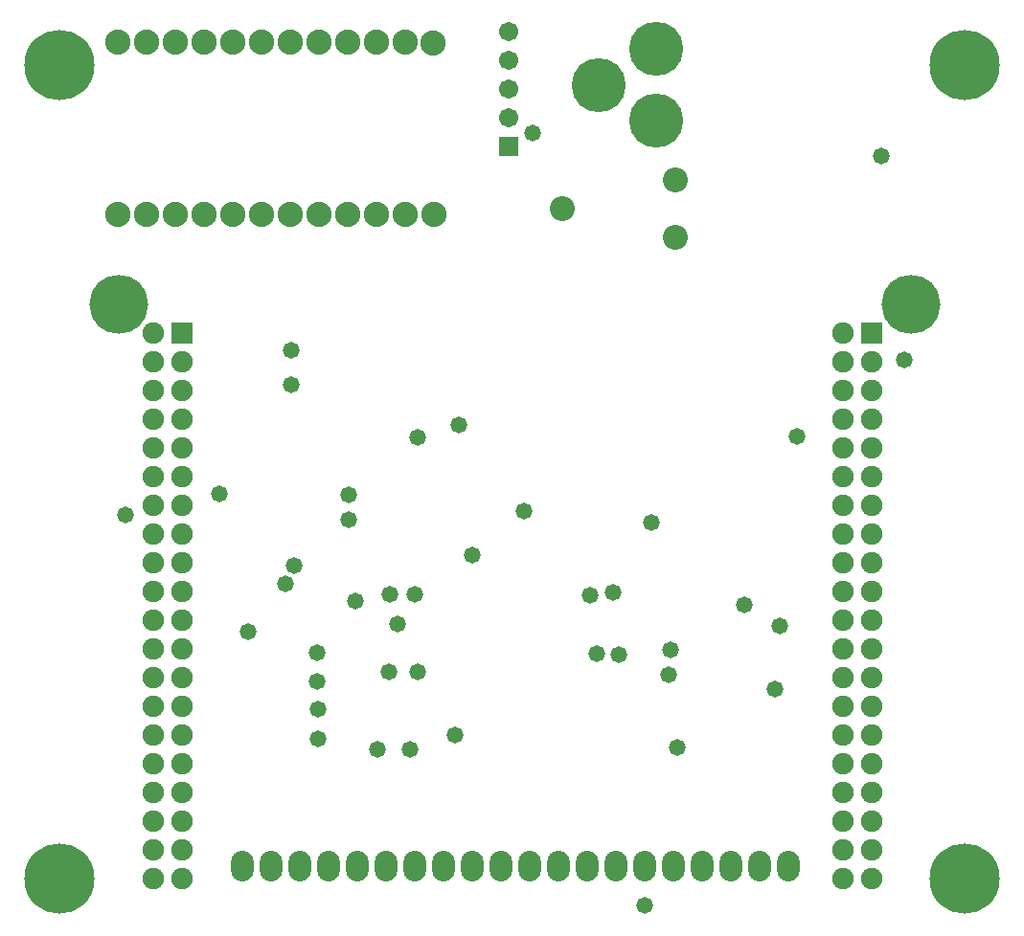
<source format=gbs>
G04*
G04 #@! TF.GenerationSoftware,Altium Limited,Altium Designer,18.0.11 (651)*
G04*
G04 Layer_Color=16711935*
%FSLAX25Y25*%
%MOIN*%
G70*
G01*
G75*
%ADD21C,0.08674*%
%ADD22C,0.06706*%
%ADD23R,0.06706X0.06706*%
%ADD24C,0.08800*%
%ADD25C,0.07493*%
%ADD26R,0.07493X0.07493*%
%ADD27C,0.20485*%
%ADD28O,0.07887X0.10642*%
%ADD29C,0.18800*%
%ADD30C,0.24422*%
%ADD31C,0.05800*%
D21*
X234408Y243332D02*
D03*
X195038Y253174D02*
D03*
X234408Y263017D02*
D03*
D22*
X176200Y314700D02*
D03*
Y304700D02*
D03*
Y294700D02*
D03*
Y284700D02*
D03*
D23*
Y274700D02*
D03*
D24*
X40315Y251315D02*
D03*
X50315D02*
D03*
X60315D02*
D03*
X70315D02*
D03*
X80315D02*
D03*
X90315D02*
D03*
X100315D02*
D03*
X110315D02*
D03*
X120315D02*
D03*
X130315D02*
D03*
X140315D02*
D03*
X150315D02*
D03*
X40315Y311315D02*
D03*
X50315D02*
D03*
X60315D02*
D03*
X70315D02*
D03*
X80315D02*
D03*
X90315D02*
D03*
X100315D02*
D03*
X110315D02*
D03*
X120315D02*
D03*
X130315D02*
D03*
X140315D02*
D03*
X150000Y311000D02*
D03*
D25*
X292500Y30000D02*
D03*
X302500D02*
D03*
X292500Y40000D02*
D03*
X302500D02*
D03*
X292500Y50000D02*
D03*
X302500D02*
D03*
X292500Y60000D02*
D03*
X302500D02*
D03*
X292500Y70000D02*
D03*
X302500D02*
D03*
X292500Y80000D02*
D03*
X302500D02*
D03*
X292500Y90000D02*
D03*
X302500D02*
D03*
X292500Y100000D02*
D03*
X302500D02*
D03*
X292500Y110000D02*
D03*
X302500D02*
D03*
X292500Y120000D02*
D03*
X302500D02*
D03*
X292500Y130000D02*
D03*
X302500D02*
D03*
X292500Y140000D02*
D03*
X302500D02*
D03*
X292500Y150000D02*
D03*
X302500D02*
D03*
X292500Y160000D02*
D03*
X302500D02*
D03*
X292500Y170000D02*
D03*
X302500D02*
D03*
X292500Y180000D02*
D03*
X302500D02*
D03*
X292500Y190000D02*
D03*
X302500D02*
D03*
X292500Y200000D02*
D03*
X302500D02*
D03*
X292500Y210000D02*
D03*
X52500Y30000D02*
D03*
X62500D02*
D03*
X52500Y40000D02*
D03*
X62500D02*
D03*
X52500Y50000D02*
D03*
X62500D02*
D03*
X52500Y60000D02*
D03*
X62500D02*
D03*
X52500Y70000D02*
D03*
X62500D02*
D03*
X52500Y80000D02*
D03*
X62500D02*
D03*
X52500Y90000D02*
D03*
X62500D02*
D03*
X52500Y100000D02*
D03*
X62500D02*
D03*
X52500Y110000D02*
D03*
X62500D02*
D03*
X52500Y120000D02*
D03*
X62500D02*
D03*
X52500Y130000D02*
D03*
X62500D02*
D03*
X52500Y140000D02*
D03*
X62500D02*
D03*
X52500Y150000D02*
D03*
X62500D02*
D03*
X52500Y160000D02*
D03*
X62500D02*
D03*
X52500Y170000D02*
D03*
X62500D02*
D03*
X52500Y180000D02*
D03*
X62500D02*
D03*
X52500Y190000D02*
D03*
X62500D02*
D03*
X52500Y200000D02*
D03*
X62500D02*
D03*
X52500Y210000D02*
D03*
X302500Y20000D02*
D03*
X292500D02*
D03*
X52500D02*
D03*
X62500D02*
D03*
D26*
X302500Y210000D02*
D03*
X62500D02*
D03*
D27*
X316295Y219882D02*
D03*
X40705D02*
D03*
D28*
X83500Y24213D02*
D03*
X93500D02*
D03*
X103500D02*
D03*
X113500D02*
D03*
X123500D02*
D03*
X133500D02*
D03*
X143500D02*
D03*
X153500D02*
D03*
X163500D02*
D03*
X173500D02*
D03*
X183500D02*
D03*
X193500D02*
D03*
X203500D02*
D03*
X213500D02*
D03*
X223500D02*
D03*
X233500D02*
D03*
X243500D02*
D03*
X253500D02*
D03*
X263500D02*
D03*
X273500D02*
D03*
D29*
X227700Y283760D02*
D03*
Y308760D02*
D03*
X207700Y296260D02*
D03*
D30*
X20000Y303150D02*
D03*
X335000D02*
D03*
Y20000D02*
D03*
X20000D02*
D03*
D31*
X223600Y10508D02*
D03*
X184747Y279653D02*
D03*
X306100Y271400D02*
D03*
X207000Y98200D02*
D03*
X258200Y115200D02*
D03*
X276500Y174000D02*
D03*
X235000Y65500D02*
D03*
X135000Y119000D02*
D03*
X143500D02*
D03*
X144500Y92000D02*
D03*
X134500D02*
D03*
X142000Y65000D02*
D03*
X130500D02*
D03*
X137500Y108500D02*
D03*
X123000Y116500D02*
D03*
X157500Y70000D02*
D03*
X159000Y178000D02*
D03*
X85500Y106000D02*
D03*
X269000Y86000D02*
D03*
X232000Y91000D02*
D03*
X100500Y204000D02*
D03*
Y192000D02*
D03*
X43000Y146500D02*
D03*
X75500Y154000D02*
D03*
X226000Y144000D02*
D03*
X232500Y99500D02*
D03*
X270500Y108000D02*
D03*
X110000Y79000D02*
D03*
X109500Y88500D02*
D03*
X110000Y68500D02*
D03*
X109500Y98500D02*
D03*
X204500Y118500D02*
D03*
X212500Y119500D02*
D03*
X214500Y98000D02*
D03*
X163500Y132500D02*
D03*
X314000Y200500D02*
D03*
X181500Y148000D02*
D03*
X144500Y173500D02*
D03*
X120500Y153500D02*
D03*
Y145000D02*
D03*
X98500Y122500D02*
D03*
X101500Y129000D02*
D03*
M02*

</source>
